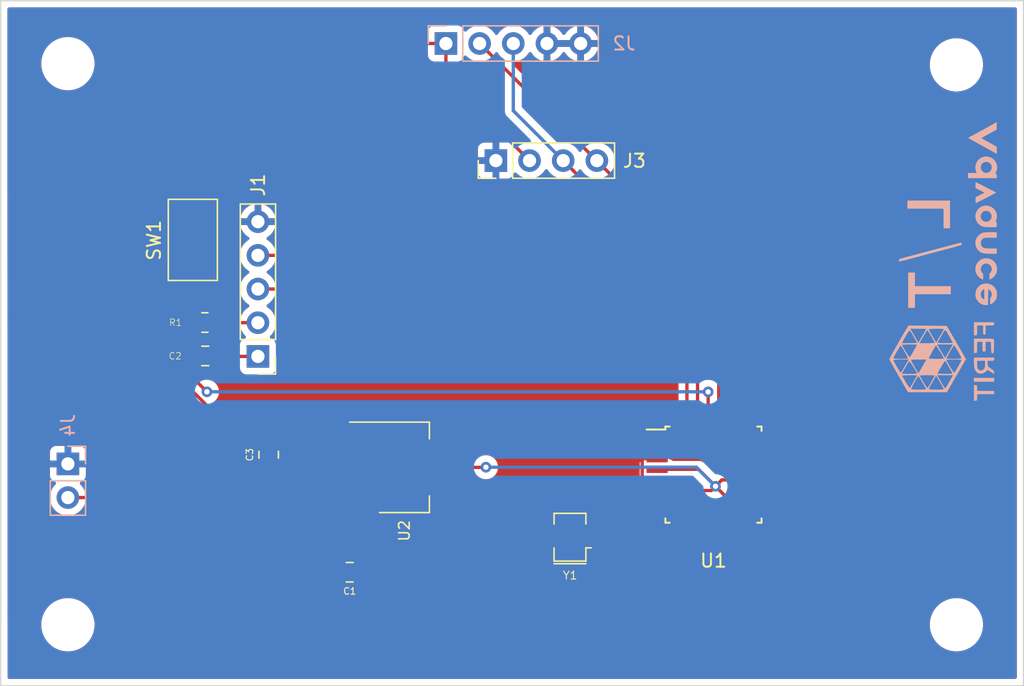
<source format=kicad_pcb>
(kicad_pcb (version 20211014) (generator pcbnew)
  (layers (0 "F.Cu" signal) (31 "B.Cu" signal) (34 "B.Paste" user) (35 "F.Paste" user) (36 "B.SilkS" user "B.Silkscreen") (37 "F.SilkS" user "F.Silkscreen") (38 "B.Mask" user) (39 "F.Mask" user) (44 "Edge.Cuts" user))
  (net 0 "")
  (net 1 "/GND")
  (net 2 "/VIN")
  (net 3 "/DTR")
  (net 4 "/RESET")
  (net 5 "/VCC")
  (net 6 "/TX")
  (net 7 "/RX")
  (net 8 "/SDA")
  (net 9 "/SCL")
  (net 10 "/XTAL1")
  (net 11 "/XTAL2")
  (footprint "Capacitor_SMD:C_0805_2012Metric" (layer "F.Cu") (at 122.25 88.04)
    (fp_text reference "C1" hide)
    (fp_text value "C" hide)
    (fp_text user "${REFERENCE}" (at 0 1.43) (layer "F.SilkS") (effects (font (size 0.5 0.5) (thickness 0.08))))
    (pad "1" smd roundrect (at -0.95 0) (size 1 1.45) (layers "F.Cu" "F.Paste" "F.Mask") (net 1 "/GND"))
    (pad "2" smd roundrect (at 0.95 0) (size 1 1.45) (layers "F.Cu" "F.Paste" "F.Mask") (net 2 "/VIN"))
  )
  (footprint "Package_TO_SOT_SMD:SOT-223-3_TabPin2" (layer "F.Cu") (at 126.35 80.13)
    (fp_text reference "U2" hide)
    (fp_text value "AMS1117-5.0" hide)
    (fp_text user "${REFERENCE}" (at 0.02 4.78 90) (layer "F.SilkS") (effects (font (size 0.8 0.8) (thickness 0.12))))
    (pad "1" smd rect (at -3.15 -2.3) (size 2 1.5) (layers "F.Cu" "F.Paste" "F.Mask") (net 1 "/GND"))
    (pad "2" smd rect (at 3.15 0) (size 2 3.8) (layers "F.Cu" "F.Paste" "F.Mask") (net 5 "/VCC"))
    (pad "2" smd rect (at -3.15 0) (size 2 1.5) (layers "F.Cu" "F.Paste" "F.Mask") (net 5 "/VCC"))
    (pad "3" smd rect (at -3.15 2.3) (size 2 1.5) (layers "F.Cu" "F.Paste" "F.Mask") (net 2 "/VIN"))
  )
  (footprint "MountingHole:MountingHole_3mm" (layer "F.Cu") (at 101 49.69)
    (fp_text reference "REF**" hide)
    (fp_text value "MountingHole_3mm" hide)
    (pad "" np_thru_hole circle (at 0 0) (size 3 3) (drill 3) (layers *.Cu *.Mask))
  )
  (footprint "MountingHole:MountingHole_3mm" (layer "F.Cu") (at 168 49.78)
    (fp_text reference "REF**" hide)
    (fp_text value "MountingHole_3mm" hide)
    (pad "" np_thru_hole circle (at 0 0) (size 3 3) (drill 3) (layers F&B.Cu *.Mask))
  )
  (footprint "Package_QFP:TQFP-32_7x7mm_P0.8mm" (layer "F.Cu") (at 149.68 80.68)
    (fp_text reference "U1" hide)
    (fp_text value "ATmega328-A" hide)
    (fp_text user "${REFERENCE}" (at 0 6.49) (layer "F.SilkS"))
    (pad "1" smd rect (at -4.25 -2.8) (size 1.6 0.55) (layers "F.Cu" "F.Paste" "F.Mask") (net 1 "/GND"))
    (pad "2" smd rect (at -4.25 -2) (size 1.6 0.55) (layers "F.Cu" "F.Paste" "F.Mask") (net 1 "/GND"))
    (pad "3" smd rect (at -4.25 -1.2) (size 1.6 0.55) (layers "F.Cu" "F.Paste" "F.Mask") (net 1 "/GND"))
    (pad "4" smd rect (at -4.25 -0.4) (size 1.6 0.55) (layers "F.Cu" "F.Paste" "F.Mask") (net 5 "/VCC"))
    (pad "5" smd rect (at -4.25 0.4) (size 1.6 0.55) (layers "F.Cu" "F.Paste" "F.Mask") (net 1 "/GND"))
    (pad "6" smd rect (at -4.25 1.2) (size 1.6 0.55) (layers "F.Cu" "F.Paste" "F.Mask") (net 5 "/VCC"))
    (pad "7" smd rect (at -4.25 2) (size 1.6 0.55) (layers "F.Cu" "F.Paste" "F.Mask") (net 10 "/XTAL1"))
    (pad "8" smd rect (at -4.25 2.8) (size 1.6 0.55) (layers "F.Cu" "F.Paste" "F.Mask") (net 11 "/XTAL2"))
    (pad "9" smd rect (at -2.8 4.25 90) (size 1.6 0.55) (layers "F.Cu" "F.Paste" "F.Mask") (net 1 "/GND"))
    (pad "10" smd rect (at -2 4.25 90) (size 1.6 0.55) (layers "F.Cu" "F.Paste" "F.Mask") (net 1 "/GND"))
    (pad "11" smd rect (at -1.2 4.25 90) (size 1.6 0.55) (layers "F.Cu" "F.Paste" "F.Mask") (net 1 "/GND"))
    (pad "12" smd rect (at -0.4 4.25 90) (size 1.6 0.55) (layers "F.Cu" "F.Paste" "F.Mask") (net 1 "/GND"))
    (pad "13" smd rect (at 0.4 4.25 90) (size 1.6 0.55) (layers "F.Cu" "F.Paste" "F.Mask") (net 1 "/GND"))
    (pad "14" smd rect (at 1.2 4.25 90) (size 1.6 0.55) (layers "F.Cu" "F.Paste" "F.Mask") (net 1 "/GND"))
    (pad "15" smd rect (at 2 4.25 90) (size 1.6 0.55) (layers "F.Cu" "F.Paste" "F.Mask") (net 1 "/GND"))
    (pad "16" smd rect (at 2.8 4.25 90) (size 1.6 0.55) (layers "F.Cu" "F.Paste" "F.Mask") (net 1 "/GND"))
    (pad "17" smd rect (at 4.25 2.8) (size 1.6 0.55) (layers "F.Cu" "F.Paste" "F.Mask") (net 1 "/GND"))
    (pad "18" smd rect (at 4.25 2) (size 1.6 0.55) (layers "F.Cu" "F.Paste" "F.Mask") (net 5 "/VCC"))
    (pad "19" smd rect (at 4.25 1.2) (size 1.6 0.55) (layers "F.Cu" "F.Paste" "F.Mask") (net 1 "/GND"))
    (pad "20" smd rect (at 4.25 0.4) (size 1.6 0.55) (layers "F.Cu" "F.Paste" "F.Mask") (net 5 "/VCC"))
    (pad "21" smd rect (at 4.25 -0.4) (size 1.6 0.55) (layers "F.Cu" "F.Paste" "F.Mask") (net 1 "/GND"))
    (pad "22" smd rect (at 4.25 -1.2) (size 1.6 0.55) (layers "F.Cu" "F.Paste" "F.Mask") (net 1 "/GND"))
    (pad "23" smd rect (at 4.25 -2) (size 1.6 0.55) (layers "F.Cu" "F.Paste" "F.Mask") (net 1 "/GND"))
    (pad "24" smd rect (at 4.25 -2.8) (size 1.6 0.55) (layers "F.Cu" "F.Paste" "F.Mask") (net 1 "/GND"))
    (pad "25" smd rect (at 2.8 -4.25 90) (size 1.6 0.55) (layers "F.Cu" "F.Paste" "F.Mask") (net 1 "/GND"))
    (pad "26" smd rect (at 2 -4.25 90) (size 1.6 0.55) (layers "F.Cu" "F.Paste" "F.Mask") (net 1 "/GND"))
    (pad "27" smd rect (at 1.2 -4.25 90) (size 1.6 0.55) (layers "F.Cu" "F.Paste" "F.Mask") (net 8 "/SDA"))
    (pad "28" smd rect (at 0.4 -4.25 90) (size 1.6 0.55) (layers "F.Cu" "F.Paste" "F.Mask") (net 9 "/SCL"))
    (pad "29" smd rect (at -0.4 -4.25 90) (size 1.6 0.55) (layers "F.Cu" "F.Paste" "F.Mask") (net 4 "/RESET"))
    (pad "30" smd rect (at -1.2 -4.25 90) (size 1.6 0.55) (layers "F.Cu" "F.Paste" "F.Mask") (net 7 "/RX"))
    (pad "31" smd rect (at -2 -4.25 90) (size 1.6 0.55) (layers "F.Cu" "F.Paste" "F.Mask") (net 6 "/TX"))
    (pad "32" smd rect (at -2.8 -4.25 90) (size 1.6 0.55) (layers "F.Cu" "F.Paste" "F.Mask") (net 1 "/GND"))
  )
  (footprint "Connector_PinHeader_2.54mm:PinHeader_1x05_P2.54mm_Vertical" (layer "F.Cu") (at 115.33 71.765 180)
    (fp_text reference "J1" hide)
    (fp_text value "USB" hide)
    (fp_text user "${REFERENCE}" (at -0.01 12.925 90) (layer "F.SilkS"))
    (pad "1" thru_hole rect (at 0 0 180) (size 1.7 1.7) (drill 1) (layers *.Cu *.Mask) (net 3 "/DTR"))
    (pad "2" thru_hole oval (at 0 2.54 180) (size 1.7 1.7) (drill 1) (layers *.Cu *.Mask) (net 5 "/VCC"))
    (pad "3" thru_hole oval (at 0 5.08 180) (size 1.7 1.7) (drill 1) (layers *.Cu *.Mask) (net 6 "/TX"))
    (pad "4" thru_hole oval (at 0 7.62 180) (size 1.7 1.7) (drill 1) (layers *.Cu *.Mask) (net 7 "/RX"))
    (pad "5" thru_hole oval (at 0 10.16 180) (size 1.7 1.7) (drill 1) (layers *.Cu *.Mask) (net 1 "/GND"))
  )
  (footprint "Connector_PinHeader_2.54mm:PinHeader_1x04_P2.54mm_Vertical" (layer "F.Cu") (at 133.27 57 90)
    (fp_text reference "J3" hide)
    (fp_text value "OLED" hide)
    (fp_text user "${REFERENCE}" (at -0.02 10.45) (layer "F.SilkS"))
    (pad "1" thru_hole rect (at 0 0 90) (size 1.7 1.7) (drill 1) (layers *.Cu *.Mask) (net 1 "/GND"))
    (pad "2" thru_hole oval (at 0 2.54 90) (size 1.7 1.7) (drill 1) (layers *.Cu *.Mask) (net 5 "/VCC"))
    (pad "3" thru_hole oval (at 0 5.08 90) (size 1.7 1.7) (drill 1) (layers *.Cu *.Mask) (net 9 "/SCL"))
    (pad "4" thru_hole oval (at 0 7.62 90) (size 1.7 1.7) (drill 1) (layers *.Cu *.Mask) (net 8 "/SDA"))
  )
  (footprint "Resistor_SMD:R_0805_2012Metric" (layer "F.Cu") (at 111.33 69.21 180)
    (fp_text reference "R1" hide)
    (fp_text value "R" hide)
    (fp_text user "${REFERENCE}" (at 2.21 0) (layer "F.SilkS") (effects (font (size 0.5 0.5) (thickness 0.05))))
    (pad "1" smd roundrect (at -0.9125 0 180) (size 1.025 1.4) (layers "F.Cu" "F.Paste" "F.Mask") (roundrect_rratio 0.243902439) (net 5 "/VCC"))
    (pad "2" smd roundrect (at 0.9125 0 180) (size 1.025 1.4) (layers "F.Cu" "F.Paste" "F.Mask") (roundrect_rratio 0.243902439) (net 4 "/RESET"))
  )
  (footprint "Crystal:Resonator_SMD_Murata_CSTxExxV-3Pin_3.0x1.1mm" (layer "F.Cu") (at 138.86 85.4 90)
    (fp_text reference "Y1" hide)
    (fp_text value "Resonator" hide)
    (fp_text user "${REFERENCE}" (at -2.88 0.01) (layer "F.SilkS") (effects (font (size 0.6 0.6) (thickness 0.08))))
    (pad "1" smd rect (at -1.2 0 90) (size 0.4 1.9) (layers "F.Cu" "F.Paste" "F.Mask") (net 11 "/XTAL2"))
    (pad "2" smd rect (at 0 0 90) (size 0.4 1.9) (layers "F.Cu" "F.Paste" "F.Mask") (net 1 "/GND"))
    (pad "3" smd rect (at 1.2 0 90) (size 0.4 1.9) (layers "F.Cu" "F.Paste" "F.Mask") (net 10 "/XTAL1"))
  )
  (footprint "Capacitor_SMD:C_0805_2012Metric" (layer "F.Cu") (at 116.14 79.18 -90)
    (fp_text reference "C3" hide)
    (fp_text value "C" hide)
    (fp_text user "${REFERENCE}" (at 0 1.43 90) (layer "F.SilkS") (effects (font (size 0.5 0.5) (thickness 0.08))))
    (pad "1" smd roundrect (at -0.95 0 270) (size 1 1.45) (layers "F.Cu" "F.Paste" "F.Mask") (net 1 "/GND"))
    (pad "2" smd roundrect (at 0.95 0 270) (size 1 1.45) (layers "F.Cu" "F.Paste" "F.Mask") (net 5 "/VCC"))
  )
  (footprint "Capacitor_SMD:C_0805_2012Metric" (layer "F.Cu") (at 111.36 71.73 180)
    (fp_text reference "C2" hide)
    (fp_text value "C" hide)
    (fp_text user "${REFERENCE}" (at 2.27 -0.01) (layer "F.SilkS") (effects (font (size 0.5 0.5) (thickness 0.05))))
    (pad "1" smd roundrect (at -0.95 0 180) (size 1 1.45) (layers "F.Cu" "F.Paste" "F.Mask") (net 3 "/DTR"))
    (pad "2" smd roundrect (at 0.95 0 180) (size 1 1.45) (layers "F.Cu" "F.Paste" "F.Mask") (net 4 "/RESET"))
  )
  (footprint "MountingHole:MountingHole_3mm" (layer "F.Cu") (at 168 92)
    (fp_text reference "REF**" hide)
    (fp_text value "MountingHole_3mm" hide)
    (pad "" np_thru_hole circle (at 0 0) (size 3 3) (drill 3) (layers F&B.Cu *.Mask))
  )
  (footprint "MountingHole:MountingHole_3mm" (layer "F.Cu") (at 101 92)
    (fp_text reference "REF**" hide)
    (fp_text value "MountingHole_3mm" hide)
    (pad "" np_thru_hole circle (at 0 0) (size 3 3) (drill 3) (layers F&B.Cu *.Mask))
  )
  (footprint "Button_Switch_SMD:SW_SPST_CK_RS282G05A3" (layer "F.Cu") (at 110.42 62.98 90)
    (fp_text reference "SW1" hide)
    (fp_text value "SW_Push" hide)
    (fp_text user "${REFERENCE}" (at -0.03 -2.93 90) (layer "F.SilkS"))
    (pad "1" smd rect (at -3.9 0 90) (size 1.5 1.5) (layers "F.Cu" "F.Paste" "F.Mask") (net 4 "/RESET"))
    (pad "2" smd rect (at 3.9 0 90) (size 1.5 1.5) (layers "F.Cu" "F.Paste" "F.Mask") (net 1 "/GND"))
  )
  (footprint "LOGOs:advance" (layer "B.Cu") (at 170 61 -90)
    (fp_text reference "G***" hide)
    (fp_text value "LOGO" hide)
  )
  (footprint "LOGOs:logo" (layer "B.Cu") (at 166 64 -90)
    (fp_text reference "G***" hide)
    (fp_text value "LOGO" hide)
  )
  (footprint "Connector_PinHeader_2.54mm:PinHeader_1x05_P2.54mm_Vertical" (layer "B.Cu") (at 129.505 48.17 -90)
    (fp_text reference "J2" hide)
    (fp_text value "Sensor" hide)
    (fp_text user "${REFERENCE}" (at 0 -13.435) (layer "B.SilkS") (effects (justify mirror)))
    (pad "1" thru_hole rect (at 0 0 270) (size 1.7 1.7) (drill 1) (layers *.Cu *.Mask) (net 5 "/VCC"))
    (pad "2" thru_hole oval (at 0 -2.54 270) (size 1.7 1.7) (drill 1) (layers *.Cu *.Mask) (net 8 "/SDA"))
    (pad "3" thru_hole oval (at 0 -5.08 270) (size 1.7 1.7) (drill 1) (layers *.Cu *.Mask) (net 9 "/SCL"))
    (pad "4" thru_hole oval (at 0 -7.62 270) (size 1.7 1.7) (drill 1) (layers *.Cu *.Mask) (net 1 "/GND"))
    (pad "5" thru_hole oval (at 0 -10.16 270) (size 1.7 1.7) (drill 1) (layers *.Cu *.Mask) (net 1 "/GND"))
  )
  (footprint "Connector_PinHeader_2.54mm:PinHeader_1x02_P2.54mm_Vertical" (layer "B.Cu") (at 101 79.87 180)
    (fp_text reference "J4" hide)
    (fp_text value "Battery" hide)
    (fp_text user "${REFERENCE}" (at -0.01 2.91 90) (layer "B.SilkS") (effects (justify mirror)))
    (pad "1" thru_hole rect (at 0 0 180) (size 1.7 1.7) (drill 1) (layers *.Cu *.Mask) (net 1 "/GND"))
    (pad "2" thru_hole oval (at 0 -2.54 180) (size 1.7 1.7) (drill 1) (layers *.Cu *.Mask) (net 2 "/VIN"))
  )
  (footprint "LOGOs:ferit" (layer "B.Cu") (at 167 72 -90)
    (fp_text reference "G***" hide)
    (fp_text value "LOGO" hide)
  )
  (gr_rect (start 173.06 44.94) (end 95.93 96.6) (layer "Edge.Cuts") (width 0.1) (fill none))
  (segment (start 153.93 81.88) (end 154.98 81.88) (width 0.25) (layer "F.Cu") (net 1))
  (segment (start 144.305 80.88) (end 144.505 81.08) (width 0.25) (layer "F.Cu") (net 1))
  (segment (start 154.98 81.88) (end 155.055 81.955) (width 0.25) (layer "F.Cu") (net 1))
  (segment (start 144.505 81.08) (end 145.43 81.08) (width 0.25) (layer "F.Cu") (net 1))
  (segment (start 155.055 83.255) (end 154.83 83.48) (width 0.25) (layer "F.Cu") (net 1))
  (segment (start 154.83 83.48) (end 153.93 83.48) (width 0.25) (layer "F.Cu") (net 1))
  (segment (start 145.43 79.48) (end 144.38 79.48) (width 0.25) (layer "F.Cu") (net 1))
  (segment (start 155.055 81.955) (end 155.055 83.255) (width 0.25) (layer "F.Cu") (net 1))
  (segment (start 144.305 79.555) (end 144.305 80.88) (width 0.25) (layer "F.Cu") (net 1))
  (segment (start 144.38 79.48) (end 144.305 79.555) (width 0.25) (layer "F.Cu") (net 1))
  (segment (start 123.2 88.04) (end 123.2 82.43) (width 0.25) (layer "F.Cu") (net 2))
  (segment (start 118 90.4) (end 123.2 90.4) (width 0.25) (layer "F.Cu") (net 2))
  (segment (start 123.2 90.4) (end 123.2 88.04) (width 0.25) (layer "F.Cu") (net 2))
  (segment (start 101 82.41) (end 110.01 82.41) (width 0.25) (layer "F.Cu") (net 2))
  (segment (start 110.01 82.41) (end 118 90.4) (width 0.25) (layer "F.Cu") (net 2))
  (segment (start 115.33 71.765) (end 112.345 71.765) (width 0.25) (layer "F.Cu") (net 3))
  (segment (start 110.41 73.362485) (end 111.481353 74.433838) (width 0.25) (layer "F.Cu") (net 4))
  (segment (start 149.28 74.44) (end 149.28 76.43) (width 0.25) (layer "F.Cu") (net 4))
  (segment (start 110.42 73.352485) (end 110.41 73.362485) (width 0.25) (layer "F.Cu") (net 4))
  (segment (start 110.42 66.88) (end 110.42 73.352485) (width 0.25) (layer "F.Cu") (net 4))
  (via (at 111.481353 74.433838) (size 0.8) (drill 0.4) (layers "F.Cu" "B.Cu") (net 4))
  (via (at 149.28 74.44) (size 0.8) (drill 0.4) (layers "F.Cu" "B.Cu") (net 4))
  (segment (start 111.481353 74.433838) (end 149.273838 74.433838) (width 0.25) (layer "B.Cu") (net 4))
  (segment (start 149.273838 74.433838) (end 149.28 74.44) (width 0.25) (layer "B.Cu") (net 4))
  (segment (start 116.14 80.13) (end 109.345 73.335) (width 0.25) (layer "F.Cu") (net 5))
  (segment (start 116.14 80.13) (end 123.2 80.13) (width 0.25) (layer "F.Cu") (net 5))
  (segment (start 153.93 82.68) (end 150.95 82.68) (width 0.25) (layer "F.Cu") (net 5))
  (segment (start 129.505 50.695) (end 135.81 57) (width 0.25) (layer "F.Cu") (net 5))
  (segment (start 109.345 63.685) (end 124.86 48.17) (width 0.25) (layer "F.Cu") (net 5))
  (segment (start 132.51 80.13) (end 132.52 80.12) (width 0.25) (layer "F.Cu") (net 5))
  (segment (start 129.505 48.17) (end 124.86 48.17) (width 0.25) (layer "F.Cu") (net 5))
  (segment (start 150.31 81.08) (end 149.51 81.88) (width 0.25) (layer "F.Cu") (net 5))
  (segment (start 112.2425 69.21) (end 112.2425 65.570799) (width 0.25) (layer "F.Cu") (net 5))
  (segment (start 110.356701 63.685) (end 109.345 63.685) (width 0.25) (layer "F.Cu") (net 5))
  (segment (start 109.345 73.335) (end 109.345 63.685) (width 0.25) (layer "F.Cu") (net 5))
  (segment (start 129.5 80.13) (end 132.51 80.13) (width 0.25) (layer "F.Cu") (net 5))
  (segment (start 148.55 80.28) (end 150.95 82.68) (width 0.25) (layer "F.Cu") (net 5))
  (segment (start 112.2425 65.570799) (end 110.356701 63.685) (width 0.25) (layer "F.Cu") (net 5))
  (segment (start 145.43 80.28) (end 148.55 80.28) (width 0.25) (layer "F.Cu") (net 5))
  (segment (start 129.505 48.17) (end 129.505 50.695) (width 0.25) (layer "F.Cu") (net 5))
  (segment (start 145.43 81.88) (end 149.51 81.88) (width 0.25) (layer "F.Cu") (net 5))
  (segment (start 153.93 81.08) (end 150.31 81.08) (width 0.25) (layer "F.Cu") (net 5))
  (segment (start 115.33 69.225) (end 112.2575 69.225) (width 0.25) (layer "F.Cu") (net 5))
  (via (at 132.52 80.12) (size 0.8) (drill 0.4) (layers "F.Cu" "B.Cu") (net 5))
  (via (at 149.83 81.56) (size 0.8) (drill 0.4) (layers "F.Cu" "B.Cu") (net 5))
  (segment (start 132.52 80.12) (end 148.39 80.12) (width 0.25) (layer "B.Cu") (net 5))
  (segment (start 148.39 80.12) (end 149.83 81.56) (width 0.25) (layer "B.Cu") (net 5))
  (segment (start 147.68 70.71) (end 147.68 76.43) (width 0.25) (layer "F.Cu") (net 6))
  (segment (start 143.655 66.685) (end 147.68 70.71) (width 0.25) (layer "F.Cu") (net 6))
  (segment (start 115.33 66.685) (end 143.655 66.685) (width 0.25) (layer "F.Cu") (net 6))
  (segment (start 142.875 64.145) (end 148.48 69.75) (width 0.25) (layer "F.Cu") (net 7))
  (segment (start 115.33 64.145) (end 142.875 64.145) (width 0.25) (layer "F.Cu") (net 7))
  (segment (start 148.48 69.75) (end 148.48 76.43) (width 0.25) (layer "F.Cu") (net 7))
  (segment (start 150.865 66.99) (end 150.88 66.99) (width 0.25) (layer "F.Cu") (net 8))
  (segment (start 132.045 48.17) (end 150.865 66.99) (width 0.25) (layer "F.Cu") (net 8))
  (segment (start 150.88 66.99) (end 150.88 76.43) (width 0.25) (layer "F.Cu") (net 8))
  (segment (start 140.875 57) (end 140.89 57) (width 0.25) (layer "F.Cu") (net 8))
  (segment (start 138.35 57) (end 150.08 68.73) (width 0.25) (layer "F.Cu") (net 9))
  (segment (start 150.08 68.73) (end 150.08 76.43) (width 0.25) (layer "F.Cu") (net 9))
  (segment (start 134.585 53.235) (end 138.35 57) (width 0.25) (layer "B.Cu") (net 9))
  (segment (start 134.585 48.17) (end 134.585 53.235) (width 0.25) (layer "B.Cu") (net 9))
  (segment (start 138.86 84.2) (end 140.38 82.68) (width 0.25) (layer "F.Cu") (net 10))
  (segment (start 140.38 82.68) (end 145.43 82.68) (width 0.25) (layer "F.Cu") (net 10))
  (segment (start 142.31 86.6) (end 145.43 83.48) (width 0.25) (layer "F.Cu") (net 11))
  (segment (start 138.86 86.6) (end 142.31 86.6) (width 0.25) (layer "F.Cu") (net 11))
  (zone (net 1) (net_name "/GND") (layers F&B.Cu) (connect_pads (clearance 0.508)) (min_thickness 0.254) (fill yes (thermal_gap 0.508) (thermal_bridge_width 0.508))
    (polygon (pts (xy 172.616508 96.158146) (xy 96.459166 96.127718) (xy 96.431001 45.276983) (xy 172.728343 45.307411)))
  )
)
</source>
